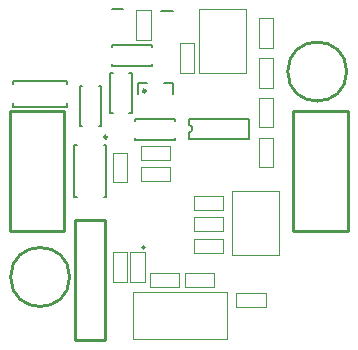
<source format=gto>
G04*
G04 #@! TF.GenerationSoftware,Altium Limited,Altium Designer,20.2.7 (254)*
G04*
G04 Layer_Color=65535*
%FSLAX25Y25*%
%MOIN*%
G70*
G04*
G04 #@! TF.SameCoordinates,169915AB-686D-4742-BC74-F916BFD2EF99*
G04*
G04*
G04 #@! TF.FilePolarity,Positive*
G04*
G01*
G75*
%ADD10C,0.00787*%
%ADD11C,0.01000*%
%ADD12C,0.00984*%
%ADD13C,0.00394*%
%ADD14C,0.00591*%
D10*
X469783Y397569D02*
G03*
X469783Y400069I0J1250D01*
G01*
X455118Y359252D02*
G03*
X455118Y359252I-394J0D01*
G01*
X469783Y395413D02*
X489783D01*
Y402224D01*
X469783D02*
X489783D01*
X469783Y400069D02*
Y402224D01*
Y395413D02*
Y397569D01*
X442323Y376181D02*
Y393504D01*
X431693Y376181D02*
Y393504D01*
X441575D02*
X442323D01*
X441575Y376181D02*
X442323D01*
X431693Y393504D02*
X432441D01*
X431693Y376181D02*
X432441D01*
X452756Y410236D02*
Y414173D01*
X455905D01*
X464567Y410236D02*
Y414173D01*
X461417D02*
X464567D01*
X444095Y438583D02*
X448032D01*
X460630Y438189D02*
X464567D01*
D11*
X522472Y417884D02*
G03*
X522472Y417884I-9843J0D01*
G01*
X430118Y349409D02*
G03*
X430118Y349409I-9843J0D01*
G01*
X432008Y368347D02*
X442008D01*
Y328346D02*
Y368347D01*
X432008Y328346D02*
X442008D01*
X432008D02*
Y368347D01*
D12*
X442658Y396063D02*
G03*
X442658Y396063I-492J0D01*
G01*
X455453Y411417D02*
G03*
X455453Y411417I-492J0D01*
G01*
X410236Y404606D02*
X428346D01*
Y364606D02*
Y404606D01*
X410236Y364606D02*
X428346D01*
X410236D02*
Y404606D01*
X504724D02*
X522835D01*
Y364606D02*
Y404606D01*
X504724Y364606D02*
X522835D01*
X504724D02*
Y404606D01*
D13*
X493307Y422375D02*
X498032D01*
X493307Y412533D02*
Y422375D01*
Y412533D02*
X498032D01*
Y422375D01*
X451181Y344488D02*
X482677D01*
Y328740D02*
Y344488D01*
X451181Y328740D02*
X482677D01*
X451181D02*
Y344488D01*
X473228Y417323D02*
X488976D01*
X473228D02*
Y438583D01*
X488976D01*
Y417323D02*
Y438583D01*
X444488Y347835D02*
X449213D01*
Y357677D01*
X444488D02*
X449213D01*
X444488Y347835D02*
Y357677D01*
X498032Y386024D02*
Y395866D01*
X493307Y386024D02*
X498032D01*
X493307D02*
Y395866D01*
X498032D01*
X493307Y399278D02*
Y409121D01*
X498032D01*
Y399278D02*
Y409121D01*
X493307Y399278D02*
X498032D01*
Y425787D02*
Y435630D01*
X493307Y425787D02*
X498032D01*
X493307D02*
Y435630D01*
X498032D01*
X466929Y417520D02*
Y427362D01*
X471654D01*
Y417520D02*
Y427362D01*
X466929Y417520D02*
X471654D01*
X453740Y381496D02*
X463583D01*
X453740D02*
Y386221D01*
X463583D01*
Y381496D02*
Y386221D01*
X453740Y388386D02*
X463583D01*
X453740D02*
Y393110D01*
X463583D01*
Y388386D02*
Y393110D01*
X471457Y362205D02*
X481299D01*
Y357480D02*
Y362205D01*
X471457Y357480D02*
X481299D01*
X471457D02*
Y362205D01*
Y369291D02*
X481299D01*
Y364567D02*
Y369291D01*
X471457Y364567D02*
X481299D01*
X471457D02*
Y369291D01*
X485630Y339370D02*
X495472D01*
X485630D02*
Y344094D01*
X495472D01*
Y339370D02*
Y344094D01*
X457087Y428543D02*
Y438386D01*
X452362Y428543D02*
X457087D01*
X452362D02*
Y438386D01*
X457087D01*
X444488Y380906D02*
Y390748D01*
X449213D01*
Y380906D02*
Y390748D01*
X444488Y380906D02*
X449213D01*
X471457Y371654D02*
X481299D01*
X471457D02*
Y376378D01*
X481299D01*
Y371654D02*
Y376378D01*
X484252Y356693D02*
Y377953D01*
Y356693D02*
X500000D01*
Y377953D01*
X484252D02*
X500000D01*
X450394Y347835D02*
Y357677D01*
X455118D01*
Y347835D02*
Y357677D01*
X450394Y347835D02*
X455118D01*
X468504Y346063D02*
X478346D01*
X468504D02*
Y350787D01*
X478346D01*
Y346063D02*
Y350787D01*
X456890D02*
X466732D01*
Y346063D02*
Y350787D01*
X456890Y346063D02*
X466732D01*
X456890D02*
Y350787D01*
D14*
X429331Y413583D02*
Y414764D01*
X411221D02*
X429331D01*
X411221Y413583D02*
Y414764D01*
Y406102D02*
Y407283D01*
Y406102D02*
X429331D01*
Y407283D01*
X465354Y395079D02*
Y395866D01*
X451968Y395079D02*
X465354D01*
X451968D02*
Y395866D01*
X465354Y401378D02*
Y402165D01*
X451968D02*
X465354D01*
X451968Y401378D02*
Y402165D01*
X450000Y417323D02*
X450787D01*
Y403937D02*
Y417323D01*
X450000Y403937D02*
X450787D01*
X443701Y417323D02*
X444488D01*
X443701Y403937D02*
Y417323D01*
Y403937D02*
X444488D01*
X439764Y413189D02*
X440551D01*
Y399803D02*
Y413189D01*
X439764Y399803D02*
X440551D01*
X433465Y413189D02*
X434252D01*
X433465Y399803D02*
Y413189D01*
Y399803D02*
X434252D01*
X444095Y425984D02*
Y426772D01*
X457480D01*
Y425984D02*
Y426772D01*
X444095Y419685D02*
Y420472D01*
Y419685D02*
X457480D01*
Y420472D01*
M02*

</source>
